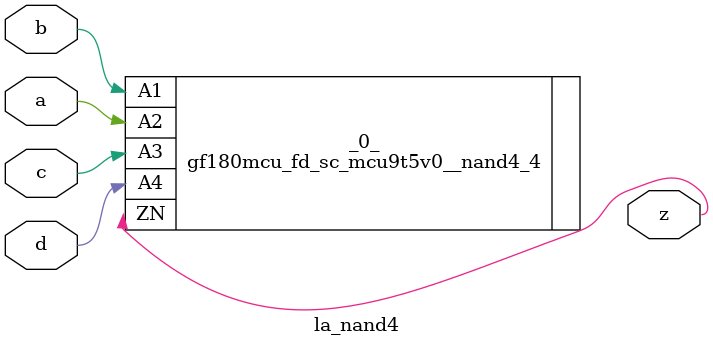
<source format=v>

/* Generated by Yosys 0.44 (git sha1 80ba43d26, g++ 11.4.0-1ubuntu1~22.04 -fPIC -O3) */

(* top =  1  *)
(* src = "generated" *)
module la_nand4 (
    a,
    b,
    c,
    d,
    z
);
  (* src = "generated" *)
  input a;
  wire a;
  (* src = "generated" *)
  input b;
  wire b;
  (* src = "generated" *)
  input c;
  wire c;
  (* src = "generated" *)
  input d;
  wire d;
  (* src = "generated" *)
  output z;
  wire z;
  gf180mcu_fd_sc_mcu9t5v0__nand4_4 _0_ (
      .A1(b),
      .A2(a),
      .A3(c),
      .A4(d),
      .ZN(z)
  );
endmodule

</source>
